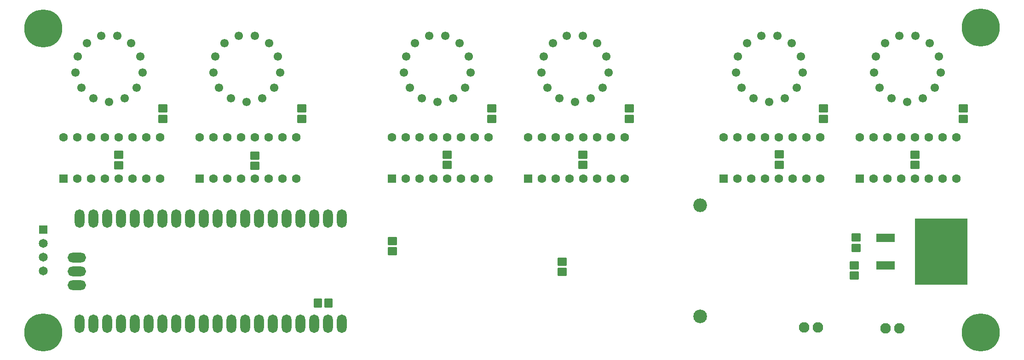
<source format=gbr>
%TF.GenerationSoftware,KiCad,Pcbnew,7.0.5-0*%
%TF.CreationDate,2023-07-07T16:59:40-04:00*%
%TF.ProjectId,nixie,6e697869-652e-46b6-9963-61645f706362,rev?*%
%TF.SameCoordinates,Original*%
%TF.FileFunction,Soldermask,Bot*%
%TF.FilePolarity,Negative*%
%FSLAX46Y46*%
G04 Gerber Fmt 4.6, Leading zero omitted, Abs format (unit mm)*
G04 Created by KiCad (PCBNEW 7.0.5-0) date 2023-07-07 16:59:40*
%MOMM*%
%LPD*%
G01*
G04 APERTURE LIST*
G04 Aperture macros list*
%AMRoundRect*
0 Rectangle with rounded corners*
0 $1 Rounding radius*
0 $2 $3 $4 $5 $6 $7 $8 $9 X,Y pos of 4 corners*
0 Add a 4 corners polygon primitive as box body*
4,1,4,$2,$3,$4,$5,$6,$7,$8,$9,$2,$3,0*
0 Add four circle primitives for the rounded corners*
1,1,$1+$1,$2,$3*
1,1,$1+$1,$4,$5*
1,1,$1+$1,$6,$7*
1,1,$1+$1,$8,$9*
0 Add four rect primitives between the rounded corners*
20,1,$1+$1,$2,$3,$4,$5,0*
20,1,$1+$1,$4,$5,$6,$7,0*
20,1,$1+$1,$6,$7,$8,$9,0*
20,1,$1+$1,$8,$9,$2,$3,0*%
G04 Aperture macros list end*
%ADD10C,0.800000*%
%ADD11C,7.000000*%
%ADD12R,1.650000X1.650000*%
%ADD13C,1.650000*%
%ADD14RoundRect,0.101600X-0.700000X-0.700000X0.700000X-0.700000X0.700000X0.700000X-0.700000X0.700000X0*%
%ADD15C,1.603200*%
%ADD16O,1.803200X3.403200*%
%ADD17O,3.403200X1.803200*%
%ADD18O,2.519200X2.519200*%
%ADD19C,2.519200*%
%ADD20RoundRect,0.101600X0.650000X0.750000X-0.650000X0.750000X-0.650000X-0.750000X0.650000X-0.750000X0*%
%ADD21RoundRect,0.101600X-0.750000X0.650000X-0.750000X-0.650000X0.750000X-0.650000X0.750000X0.650000X0*%
%ADD22C,1.551200*%
%ADD23RoundRect,0.101600X0.750000X-0.650000X0.750000X0.650000X-0.750000X0.650000X-0.750000X-0.650000X0*%
%ADD24C,1.950000*%
%ADD25R,3.500000X1.600000*%
%ADD26R,9.750000X12.200000*%
G04 APERTURE END LIST*
D10*
%TO.C,H2*%
X67375000Y-138400000D03*
X68143845Y-136543845D03*
X68143845Y-140256155D03*
X70000000Y-135775000D03*
D11*
X70000000Y-138400000D03*
D10*
X70000000Y-141025000D03*
X71856155Y-136543845D03*
X71856155Y-140256155D03*
X72625000Y-138400000D03*
%TD*%
%TO.C,H3*%
X239875000Y-82200000D03*
X240643845Y-80343845D03*
X240643845Y-84056155D03*
X242500000Y-79575000D03*
D11*
X242500000Y-82200000D03*
D10*
X242500000Y-84825000D03*
X244356155Y-80343845D03*
X244356155Y-84056155D03*
X245125000Y-82200000D03*
%TD*%
D12*
%TO.C,J1*%
X70000000Y-119460000D03*
D13*
X70000000Y-122000000D03*
X70000000Y-124540000D03*
X70000000Y-127080000D03*
%TD*%
D14*
%TO.C,IC3*%
X134126600Y-110037000D03*
D15*
X136666600Y-110037000D03*
X139206600Y-110037000D03*
X141746600Y-110037000D03*
X144286600Y-110037000D03*
X146826600Y-110037000D03*
X149366600Y-110037000D03*
X151906600Y-110037000D03*
X151906600Y-102417000D03*
X149366600Y-102417000D03*
X146826600Y-102417000D03*
X144286600Y-102417000D03*
X141746600Y-102417000D03*
X139206600Y-102417000D03*
X136666600Y-102417000D03*
X134126600Y-102417000D03*
%TD*%
D10*
%TO.C,H1*%
X67375000Y-82375000D03*
X68143845Y-80518845D03*
X68143845Y-84231155D03*
X70000000Y-79750000D03*
D11*
X70000000Y-82375000D03*
D10*
X70000000Y-85000000D03*
X71856155Y-80518845D03*
X71856155Y-84231155D03*
X72625000Y-82375000D03*
%TD*%
%TO.C,H4*%
X239875000Y-138400000D03*
X240643845Y-136543845D03*
X240643845Y-140256155D03*
X242500000Y-135775000D03*
D11*
X242500000Y-138400000D03*
D10*
X242500000Y-141025000D03*
X244356155Y-136543845D03*
X244356155Y-140256155D03*
X245125000Y-138400000D03*
%TD*%
D16*
%TO.C,Pi1*%
X114780000Y-136800000D03*
X117320000Y-136800000D03*
X112240000Y-136800000D03*
X107160000Y-136800000D03*
X119860000Y-117420000D03*
X107160000Y-117420000D03*
X94460000Y-117420000D03*
X81760000Y-117420000D03*
D17*
X76110000Y-127110000D03*
D16*
X81760000Y-136800000D03*
X94460000Y-136800000D03*
X119860000Y-136800000D03*
X124940000Y-117420000D03*
X122400000Y-117420000D03*
X117320000Y-117420000D03*
X114780000Y-117420000D03*
X112240000Y-117420000D03*
X109700000Y-117420000D03*
X104620000Y-117420000D03*
X102080000Y-117420000D03*
X99540000Y-117420000D03*
X97000000Y-117420000D03*
X91920000Y-117420000D03*
X89380000Y-117420000D03*
X86840000Y-117420000D03*
X84300000Y-117420000D03*
X79220000Y-117420000D03*
X76680000Y-117420000D03*
X76680000Y-136800000D03*
X79220000Y-136800000D03*
X84300000Y-136800000D03*
X86840000Y-136800000D03*
X89380000Y-136800000D03*
X91920000Y-136800000D03*
X97000000Y-136800000D03*
X102080000Y-136800000D03*
X104620000Y-136800000D03*
X109700000Y-136800000D03*
X99540000Y-136800000D03*
D17*
X76110000Y-124570000D03*
X76110000Y-129650000D03*
D16*
X124940000Y-136800000D03*
X122400000Y-136800000D03*
%TD*%
D18*
%TO.C,BAT1*%
X190900000Y-114930000D03*
D19*
X190900000Y-135430000D03*
%TD*%
D14*
%TO.C,IC8*%
X220266000Y-110037000D03*
D15*
X222806000Y-110037000D03*
X225346000Y-110037000D03*
X227886000Y-110037000D03*
X230426000Y-110037000D03*
X232966000Y-110037000D03*
X235506000Y-110037000D03*
X238046000Y-110037000D03*
X238046000Y-102417000D03*
X235506000Y-102417000D03*
X232966000Y-102417000D03*
X230426000Y-102417000D03*
X227886000Y-102417000D03*
X225346000Y-102417000D03*
X222806000Y-102417000D03*
X220266000Y-102417000D03*
%TD*%
D14*
%TO.C,IC7*%
X195226000Y-110037000D03*
D15*
X197766000Y-110037000D03*
X200306000Y-110037000D03*
X202846000Y-110037000D03*
X205386000Y-110037000D03*
X207926000Y-110037000D03*
X210466000Y-110037000D03*
X213006000Y-110037000D03*
X213006000Y-102417000D03*
X210466000Y-102417000D03*
X207926000Y-102417000D03*
X205386000Y-102417000D03*
X202846000Y-102417000D03*
X200306000Y-102417000D03*
X197766000Y-102417000D03*
X195226000Y-102417000D03*
%TD*%
D14*
%TO.C,IC4*%
X159188600Y-110017000D03*
D15*
X161728600Y-110017000D03*
X164268600Y-110017000D03*
X166808600Y-110017000D03*
X169348600Y-110017000D03*
X171888600Y-110017000D03*
X174428600Y-110017000D03*
X176968600Y-110017000D03*
X176968600Y-102397000D03*
X174428600Y-102397000D03*
X171888600Y-102397000D03*
X169348600Y-102397000D03*
X166808600Y-102397000D03*
X164268600Y-102397000D03*
X161728600Y-102397000D03*
X159188600Y-102397000D03*
%TD*%
D14*
%TO.C,IC2*%
X98764600Y-110037000D03*
D15*
X101304600Y-110037000D03*
X103844600Y-110037000D03*
X106384600Y-110037000D03*
X108924600Y-110037000D03*
X111464600Y-110037000D03*
X114004600Y-110037000D03*
X116544600Y-110037000D03*
X116544600Y-102417000D03*
X114004600Y-102417000D03*
X111464600Y-102417000D03*
X108924600Y-102417000D03*
X106384600Y-102417000D03*
X103844600Y-102417000D03*
X101304600Y-102417000D03*
X98764600Y-102417000D03*
%TD*%
D14*
%TO.C,IC1*%
X73682600Y-110037000D03*
D15*
X76222600Y-110037000D03*
X78762600Y-110037000D03*
X81302600Y-110037000D03*
X83842600Y-110037000D03*
X86382600Y-110037000D03*
X88922600Y-110037000D03*
X91462600Y-110037000D03*
X91462600Y-102417000D03*
X88922600Y-102417000D03*
X86382600Y-102417000D03*
X83842600Y-102417000D03*
X81302600Y-102417000D03*
X78762600Y-102417000D03*
X76222600Y-102417000D03*
X73682600Y-102417000D03*
%TD*%
D20*
%TO.C,C6*%
X122450000Y-133000000D03*
X120550000Y-133000000D03*
%TD*%
D21*
%TO.C,C7*%
X165500000Y-125350000D03*
X165500000Y-127250000D03*
%TD*%
D22*
%TO.C,N6*%
X223895200Y-93252400D03*
X234083600Y-93252400D03*
X235134200Y-90482200D03*
X234777100Y-87541100D03*
X233094100Y-85102900D03*
X230470700Y-83726000D03*
X227508100Y-83726000D03*
X224884700Y-85102900D03*
X223201700Y-87541100D03*
X222844600Y-90482200D03*
X228989400Y-95926000D03*
X226112800Y-95217000D03*
X231866000Y-95217000D03*
%TD*%
D23*
%TO.C,C1*%
X83842600Y-107567000D03*
X83842600Y-105667000D03*
%TD*%
%TO.C,C4*%
X169300000Y-107517000D03*
X169300000Y-105617000D03*
%TD*%
%TO.C,C9*%
X230434000Y-107517000D03*
X230434000Y-105617000D03*
%TD*%
D24*
%TO.C,J4*%
X225000000Y-137600000D03*
X227540000Y-137600000D03*
%TD*%
D25*
%TO.C,IC9*%
X225000000Y-126000000D03*
D26*
X235276000Y-123460000D03*
D25*
X225000000Y-120920000D03*
%TD*%
D23*
%TO.C,C2*%
X108934000Y-107667000D03*
X108934000Y-105767000D03*
%TD*%
D22*
%TO.C,N4*%
X162750400Y-93233300D03*
X172938800Y-93233300D03*
X173989400Y-90463100D03*
X173632300Y-87522000D03*
X171949300Y-85083800D03*
X169325900Y-83706900D03*
X166363300Y-83706900D03*
X163739900Y-85083800D03*
X162056900Y-87522000D03*
X161699800Y-90463100D03*
X167844600Y-95906900D03*
X164968000Y-95197900D03*
X170721200Y-95197900D03*
%TD*%
D21*
%TO.C,R3*%
X152534000Y-97100000D03*
X152534000Y-99000000D03*
%TD*%
D23*
%TO.C,C3*%
X144300000Y-107517000D03*
X144300000Y-105617000D03*
%TD*%
%TO.C,C5*%
X134200000Y-123450000D03*
X134200000Y-121550000D03*
%TD*%
D21*
%TO.C,R8*%
X239334000Y-97100000D03*
X239334000Y-99000000D03*
%TD*%
%TO.C,R2*%
X117534000Y-97100000D03*
X117534000Y-99000000D03*
%TD*%
%TO.C,C10*%
X219238000Y-126010000D03*
X219238000Y-127910000D03*
%TD*%
%TO.C,R4*%
X177834000Y-97100000D03*
X177834000Y-99000000D03*
%TD*%
%TO.C,R7*%
X213534000Y-97100000D03*
X213534000Y-99000000D03*
%TD*%
%TO.C,R1*%
X92000000Y-97100000D03*
X92000000Y-99000000D03*
%TD*%
D24*
%TO.C,J3*%
X210000000Y-137500000D03*
X212540000Y-137500000D03*
%TD*%
D22*
%TO.C,N5*%
X198506000Y-93233300D03*
X208694400Y-93233300D03*
X209745000Y-90463100D03*
X209387900Y-87522000D03*
X207704900Y-85083800D03*
X205081500Y-83706900D03*
X202118900Y-83706900D03*
X199495500Y-85083800D03*
X197812500Y-87522000D03*
X197455400Y-90463100D03*
X203600200Y-95906900D03*
X200723600Y-95197900D03*
X206476800Y-95197900D03*
%TD*%
D21*
%TO.C,C11*%
X219538000Y-120910000D03*
X219538000Y-122810000D03*
%TD*%
D23*
%TO.C,C8*%
X205434000Y-107467000D03*
X205434000Y-105567000D03*
%TD*%
D22*
%TO.C,N3*%
X137428600Y-93233300D03*
X147617000Y-93233300D03*
X148667600Y-90463100D03*
X148310500Y-87522000D03*
X146627500Y-85083800D03*
X144004100Y-83706900D03*
X141041500Y-83706900D03*
X138418100Y-85083800D03*
X136735100Y-87522000D03*
X136378000Y-90463100D03*
X142522800Y-95906900D03*
X139646200Y-95197900D03*
X145399400Y-95197900D03*
%TD*%
%TO.C,N1*%
X76984600Y-93233300D03*
X87173000Y-93233300D03*
X88223600Y-90463100D03*
X87866500Y-87522000D03*
X86183500Y-85083800D03*
X83560100Y-83706900D03*
X80597500Y-83706900D03*
X77974100Y-85083800D03*
X76291100Y-87522000D03*
X75934000Y-90463100D03*
X82078800Y-95906900D03*
X79202200Y-95197900D03*
X84955400Y-95197900D03*
%TD*%
%TO.C,N2*%
X102306400Y-93233300D03*
X112494800Y-93233300D03*
X113545400Y-90463100D03*
X113188300Y-87522000D03*
X111505300Y-85083800D03*
X108881900Y-83706900D03*
X105919300Y-83706900D03*
X103295900Y-85083800D03*
X101612900Y-87522000D03*
X101255800Y-90463100D03*
X107400600Y-95906900D03*
X104524000Y-95197900D03*
X110277200Y-95197900D03*
%TD*%
M02*

</source>
